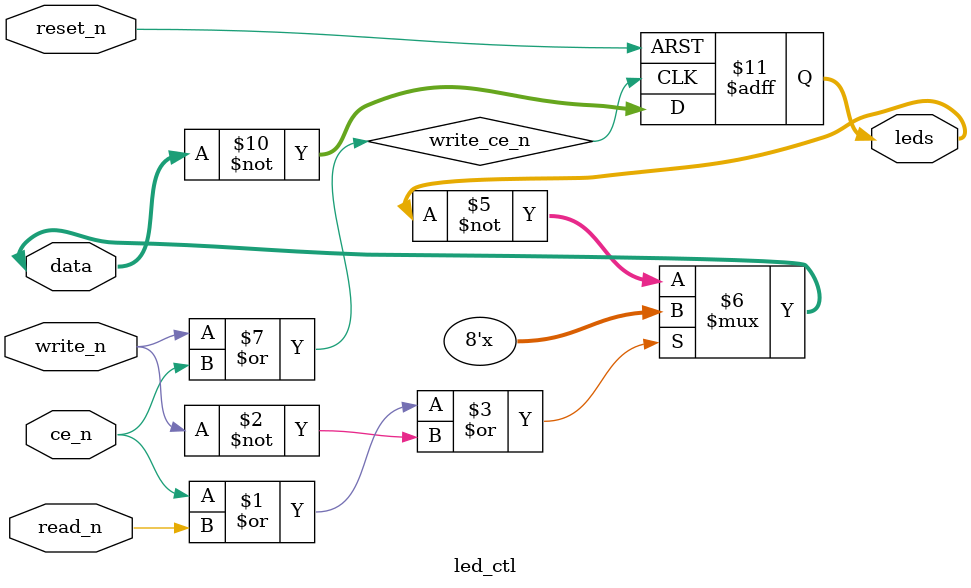
<source format=v>
module led_ctl(
    input            read_n,
                     write_n,
                     reset_n,
                     ce_n,
    inout      [7:0] data,
    output reg [7:0] leds);
    assign data = (~(ce_n | read_n | ~write_n)) ? ~(leds) : 8'bz;
    wire write_ce_n;
    assign write_ce_n = write_n | ce_n;
    always @(negedge reset_n, posedge write_ce_n) begin
        if (~reset_n)
            leds <= ~(8'h00);
        else
            leds <= ~(data);
    end
endmodule
</source>
